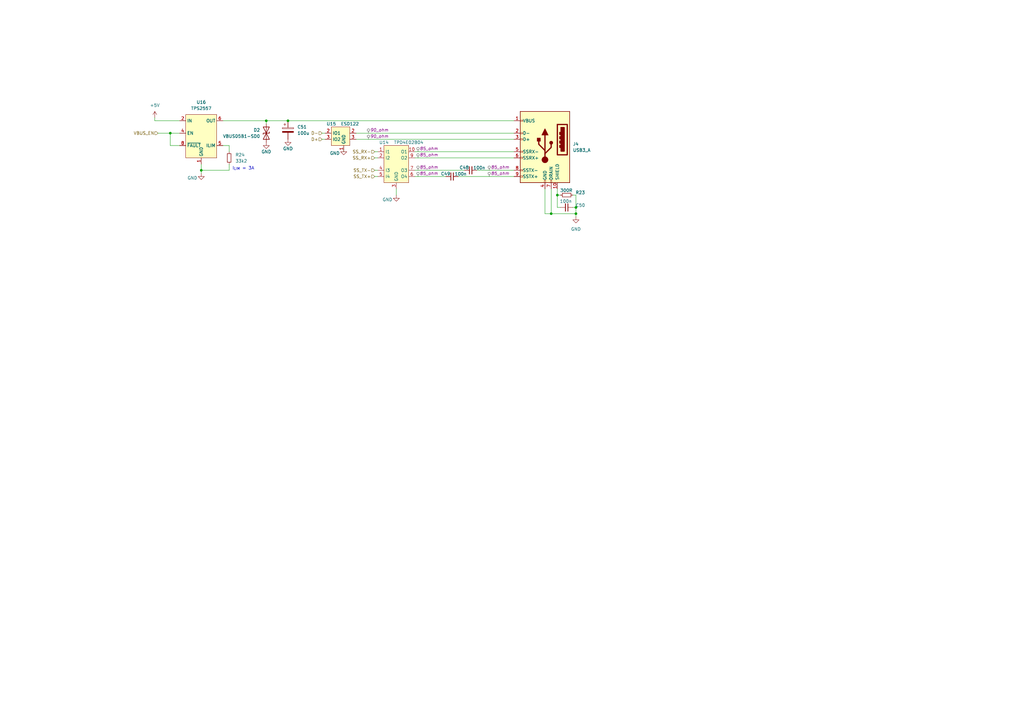
<source format=kicad_sch>
(kicad_sch (version 20230121) (generator eeschema)
  (paper "A3")
  (lib_symbols
    (symbol "Connector:USB3_A" (pin_names (offset 1.016))
      (property "Reference" "J4" (at -11.43 0.635 0))
      (property "Value" "USB3_A" (at -11.43 -1.905 0))
      (symbol "USB3_A_0_0"
        (rectangle (start -9.144 8.636) (end -5.08 -3.81) (stroke (width 0.508)))
        (rectangle (start -7.874 7.366) (end -6.604 -2.286) (stroke (width 0.508)) (fill (type outline)))
        (rectangle (start -6.35 0) (end -6.096 -0.762) (stroke (width 0.508)))
        (rectangle (start -6.35 1.778) (end -6.096 1.016) (stroke (width 0.508)))
        (rectangle (start -6.35 3.556) (end -6.096 2.794) (stroke (width 0.508)))
        (rectangle (start -6.35 5.334) (end -6.096 4.572) (stroke (width 0.508)))
        (rectangle (start -2.794 -15.24) (end -2.286 -14.224))
        (rectangle (start -0.254 -15.24) (end 0.254 -14.224))
        (rectangle (start 10.16 -12.446) (end 9.144 -12.954))
        (rectangle (start 10.16 -9.906) (end 9.144 -10.414))
        (rectangle (start 10.16 -4.826) (end 9.144 -5.334))
        (rectangle (start 10.16 -2.286) (end 9.144 -2.794))
        (rectangle (start 10.16 2.794) (end 9.144 2.286))
        (rectangle (start 10.16 5.334) (end 9.144 4.826))
        (rectangle (start 10.16 10.414) (end 9.144 9.906))
      )
      (symbol "USB3_A_0_1"
        (rectangle (start -10.16 13.97) (end 10.16 -15.24) (stroke (width 0.254)) (fill (type background)))
      )
      (symbol "USB3_A_1_1"
        (circle (center -2.54 1.143) (radius 0.635) (stroke (width 0.254)) (fill (type outline)))
        (circle (center 0 -5.842) (radius 1.27) (fill (type outline)))
        (polyline (pts (xy 0 -5.842) (xy 0 4.318)) (stroke (width 0.508)))
        (polyline (pts (xy 0 -3.302) (xy -2.54 -0.762) (xy -2.54 0.508)) (stroke (width 0.508)))
        (polyline (pts (xy 0 -2.032) (xy 2.54 0.508) (xy 2.54 1.778)) (stroke (width 0.508)))
        (polyline (pts (xy -1.27 4.318) (xy 0 6.858) (xy 1.27 4.318) (xy -1.27 4.318)) (stroke (width 0.254)) (fill (type outline)))
        (rectangle (start 1.905 1.778) (end 3.175 3.048) (stroke (width 0.254)) (fill (type outline)))
        (pin power_in line (at 12.7 10.16 180) (length 2.54) (name "VBUS") (number "1"))
        (pin passive line (at -5.08 -17.78 90) (length 2.54) (name "SHIELD") (number "10"))
        (pin bidirectional line (at 12.7 5.08 180) (length 2.54) (name "D-") (number "2"))
        (pin bidirectional line (at 12.7 2.54 180) (length 2.54) (name "D+") (number "3"))
        (pin power_in line (at 0 -17.78 90) (length 2.54) (name "GND") (number "4"))
        (pin output line (at 12.7 -2.54 180) (length 2.54) (name "SSRX-") (number "5"))
        (pin output line (at 12.7 -5.08 180) (length 2.54) (name "SSRX+") (number "6"))
        (pin passive line (at -2.54 -17.78 90) (length 2.54) (name "DRAIN") (number "7"))
        (pin input line (at 12.7 -10.16 180) (length 2.54) (name "SSTX-") (number "8"))
        (pin input line (at 12.7 -12.7 180) (length 2.54) (name "SSTX+") (number "9"))
      )
    )
    (symbol "Device:C_Polarized" (pin_numbers hide) (pin_names (offset 0.254))
      (property "Reference" "C" (at 0.635 2.54 0))
      (property "Value" "C_Polarized" (at 0.635 -2.54 0))
      (symbol "C_Polarized_0_1"
        (rectangle (start -2.286 0.508) (end 2.286 1.016))
        (polyline (pts (xy -1.778 2.286) (xy -0.762 2.286)))
        (polyline (pts (xy -1.27 2.794) (xy -1.27 1.778)))
        (rectangle (start 2.286 -0.508) (end -2.286 -1.016) (fill (type outline)))
      )
      (symbol "C_Polarized_1_1"
        (pin passive line (at 0 3.81 270) (length 2.794) (name "~") (number "1"))
        (pin passive line (at 0 -3.81 90) (length 2.794) (name "~") (number "2"))
      )
    )
    (symbol "Device:C_Small" (pin_numbers hide) (pin_names (offset 0.254) hide)
      (property "Reference" "C" (at 0.254 1.778 0))
      (property "Value" "C_Small" (at 0.254 -2.032 0))
      (symbol "C_Small_0_1"
        (polyline (pts (xy -1.524 -0.508) (xy 1.524 -0.508)) (stroke (width 0.3302)))
        (polyline (pts (xy -1.524 0.508) (xy 1.524 0.508)) (stroke (width 0.3048)))
      )
      (symbol "C_Small_1_1"
        (pin passive line (at 0 2.54 270) (length 2.032) (name "~") (number "1"))
        (pin passive line (at 0 -2.54 90) (length 2.032) (name "~") (number "2"))
      )
    )
    (symbol "Device:D_TVS" (pin_numbers hide) (pin_names (offset 1.016) hide)
      (property "Reference" "D" (at 0 2.54 0))
      (property "Value" "D_TVS" (at 0 -2.54 0))
      (symbol "D_TVS_0_1"
        (polyline (pts (xy 1.27 0) (xy -1.27 0)))
        (polyline (pts (xy 0.508 1.27) (xy 0 1.27) (xy 0 -1.27) (xy -0.508 -1.27)) (stroke (width 0.254)))
        (polyline (pts (xy -2.54 1.27) (xy -2.54 -1.27) (xy 2.54 1.27) (xy 2.54 -1.27) (xy -2.54 1.27)) (stroke (width 0.254)))
      )
      (symbol "D_TVS_1_1"
        (pin passive line (at -3.81 0 0) (length 2.54) (name "A1") (number "1"))
        (pin passive line (at 3.81 0 180) (length 2.54) (name "A2") (number "2"))
      )
    )
    (symbol "Device:R_Small" (pin_numbers hide) (pin_names (offset 0.254) hide)
      (property "Reference" "R" (at 0.762 0.508 0))
      (property "Value" "R_Small" (at 0.762 -1.016 0))
      (symbol "R_Small_0_1"
        (rectangle (start -0.762 1.778) (end 0.762 -1.778) (stroke (width 0.2032)))
      )
      (symbol "R_Small_1_1"
        (pin passive line (at 0 2.54 270) (length 0.762) (name "~") (number "1"))
        (pin passive line (at 0 -2.54 90) (length 0.762) (name "~") (number "2"))
      )
    )
    (symbol "Interface_USB:ESD122"
      (property "Reference" "U" (at 0 5.08 0))
      (symbol "ESD122_1_1"
        (rectangle (start -5.08 2.54) (end 2.54 -5.08) (fill (type background)))
        (pin input line (at 0 -7.62 90) (length 2.54) (name "GND") (number "1"))
        (pin input line (at 5.08 0 180) (length 2.54) (name "") (number "2"))
        (pin input line (at -7.62 0 0) (length 2.54) (name "IO1") (number "2"))
        (pin input line (at 5.08 -2.54 180) (length 2.54) (name "") (number "3"))
        (pin input line (at -7.62 -2.54 0) (length 2.54) (name "IO2") (number "3"))
      )
    )
    (symbol "Interface_USB:TPD4E02B04"
      (property "Reference" "U" (at 0 10.16 0))
      (property "Value" "TPD4E02B04" (at 0 7.62 0))
      (symbol "TPD4E02B04_1_1"
        (rectangle (start -5.08 5.08) (end 5.08 -10.16) (fill (type background)))
        (pin input line (at -7.62 2.54 0) (length 2.54) (name "I1") (number "1"))
        (pin output line (at 7.62 2.54 180) (length 2.54) (name "O1") (number "10"))
        (pin input line (at -7.62 0 0) (length 2.54) (name "I2") (number "2"))
        (pin input line (at 0 -12.7 90) (length 2.54) (name "GND") (number "3"))
        (pin input line (at -7.62 -5.08 0) (length 2.54) (name "I3") (number "4"))
        (pin input line (at -7.62 -7.62 0) (length 2.54) (name "I4") (number "5"))
        (pin output line (at 7.62 -7.62 180) (length 2.54) (name "O4") (number "6"))
        (pin output line (at 7.62 -5.08 180) (length 2.54) (name "O3") (number "7"))
        (pin input line (at 0 -12.7 90) (length 2.54) hide (name "GND") (number "8"))
        (pin output line (at 7.62 0 180) (length 2.54) (name "O2") (number "9"))
      )
    )
    (symbol "Power_Management:TPS2557"
      (property "Reference" "U" (at -6.35 5.08 0))
      (property "Value" "TPS2557" (at 2.54 5.08 0))
      (symbol "TPS2557_1_1"
        (rectangle (start -6.35 3.81) (end 6.35 -13.97) (fill (type background)))
        (pin power_in line (at 0 -16.51 90) (length 2.54) (name "GND") (number "1"))
        (pin power_in line (at -8.89 1.27 0) (length 2.54) (name "IN") (number "2"))
        (pin power_in line (at -8.89 1.27 0) (length 2.54) hide (name "IN") (number "3"))
        (pin input line (at -8.89 -3.81 0) (length 2.54) (name "EN") (number "4"))
        (pin output line (at 8.89 -8.89 180) (length 2.54) (name "ILIM") (number "5"))
        (pin power_out line (at 8.89 1.27 180) (length 2.54) (name "OUT") (number "6"))
        (pin power_out line (at 8.89 1.27 180) (length 2.54) hide (name "OUT") (number "7"))
        (pin power_in line (at -8.89 -8.89 0) (length 2.54) (name "~{FAULT}") (number "8"))
        (pin power_in line (at 0 -16.51 90) (length 2.54) hide (name "GND") (number "9"))
      )
    )
    (symbol "power:+5V" (power) (pin_names (offset 0))
      (property "Value" "+5V" (at 0 3.556 0))
      (symbol "+5V_0_1"
        (polyline (pts (xy -0.762 1.27) (xy 0 2.54)))
        (polyline (pts (xy 0 0) (xy 0 2.54)))
        (polyline (pts (xy 0 2.54) (xy 0.762 1.27)))
      )
      (symbol "+5V_1_1"
        (pin power_in line (at 0 0 90) (length 0) hide (name "+5V") (number "1"))
      )
    )
    (symbol "power:GND" (power) (pin_names (offset 0))
      (property "Value" "GND" (at 0 -3.81 0))
      (symbol "GND_0_1"
        (polyline (pts (xy 0 0) (xy 0 -1.27) (xy 1.27 -1.27) (xy 0 -2.54) (xy -1.27 -1.27) (xy 0 -1.27)))
      )
      (symbol "GND_1_1"
        (pin power_in line (at 0 0 270) (length 0) hide (name "GND") (number "1"))
      )
    )
  )
  (junction (at 118.11 49.53))
  (junction (at 69.85 54.61))
  (junction (at 82.55 69.85))
  (junction (at 228.6 80.01))
  (junction (at 236.22 87.63))
  (junction (at 109.22 49.53))
  (junction (at 236.22 85.09))
  (junction (at 226.06 87.63))
  (wire (pts (xy 229.87 80.01) (xy 228.6 80.01)))
  (wire (pts (xy 223.52 87.63) (xy 226.06 87.63)))
  (wire (pts (xy 226.06 77.47) (xy 226.06 87.63)))
  (wire (pts (xy 93.98 59.69) (xy 93.98 62.23)))
  (wire (pts (xy 236.22 80.01) (xy 236.22 85.09)))
  (wire (pts (xy 63.5 48.26) (xy 63.5 49.53)))
  (wire (pts (xy 63.5 49.53) (xy 73.66 49.53)))
  (wire (pts (xy 109.22 49.53) (xy 109.22 50.8)))
  (wire (pts (xy 226.06 87.63) (xy 236.22 87.63)))
  (wire (pts (xy 91.44 49.53) (xy 109.22 49.53)))
  (wire (pts (xy 82.55 69.85) (xy 93.98 69.85)))
  (wire (pts (xy 234.95 85.09) (xy 236.22 85.09)))
  (wire (pts (xy 153.67 72.39) (xy 154.94 72.39)))
  (wire (pts (xy 228.6 77.47) (xy 228.6 80.01)))
  (wire (pts (xy 69.85 54.61) (xy 73.66 54.61)))
  (wire (pts (xy 170.18 69.85) (xy 190.5 69.85)))
  (wire (pts (xy 223.52 77.47) (xy 223.52 87.63)))
  (wire (pts (xy 109.22 49.53) (xy 118.11 49.53)))
  (wire (pts (xy 132.08 57.15) (xy 133.35 57.15)))
  (wire (pts (xy 162.56 77.47) (xy 162.56 80.01)))
  (wire (pts (xy 146.05 54.61) (xy 210.82 54.61)))
  (wire (pts (xy 170.18 64.77) (xy 210.82 64.77)))
  (wire (pts (xy 236.22 80.01) (xy 234.95 80.01)))
  (wire (pts (xy 91.44 59.69) (xy 93.98 59.69)))
  (wire (pts (xy 153.67 64.77) (xy 154.94 64.77)))
  (wire (pts (xy 93.98 67.31) (xy 93.98 69.85)))
  (wire (pts (xy 195.58 69.85) (xy 210.82 69.85)))
  (wire (pts (xy 132.08 54.61) (xy 133.35 54.61)))
  (wire (pts (xy 140.97 60.96) (xy 140.97 62.23)))
  (wire (pts (xy 153.67 62.23) (xy 154.94 62.23)))
  (wire (pts (xy 146.05 57.15) (xy 210.82 57.15)))
  (wire (pts (xy 153.67 69.85) (xy 154.94 69.85)))
  (wire (pts (xy 73.66 59.69) (xy 69.85 59.69)))
  (wire (pts (xy 82.55 71.12) (xy 82.55 69.85)))
  (wire (pts (xy 236.22 88.9) (xy 236.22 87.63)))
  (wire (pts (xy 187.96 72.39) (xy 210.82 72.39)))
  (wire (pts (xy 236.22 87.63) (xy 236.22 85.09)))
  (wire (pts (xy 229.87 85.09) (xy 228.6 85.09)))
  (wire (pts (xy 228.6 80.01) (xy 228.6 85.09)))
  (wire (pts (xy 64.77 54.61) (xy 69.85 54.61)))
  (wire (pts (xy 69.85 59.69) (xy 69.85 54.61)))
  (wire (pts (xy 82.55 67.31) (xy 82.55 69.85)))
  (wire (pts (xy 118.11 49.53) (xy 210.82 49.53)))
  (wire (pts (xy 170.18 72.39) (xy 182.88 72.39)))
  (wire (pts (xy 170.18 62.23) (xy 210.82 62.23)))
  (text "I_{LIM} = 3A\n" (at 95.25 69.85 0) (effects (font (size 1.27 1.27)) (justify left bottom)))
  (hierarchical_label "D-" (shape input) (at 132.08 54.61 180))
  (hierarchical_label "D+" (shape input) (at 132.08 57.15 180))
  (hierarchical_label "SS_TX-" (shape input) (at 153.67 69.85 180))
  (hierarchical_label "SS_TX+" (shape input) (at 153.67 72.39 180))
  (hierarchical_label "SS_RX-" (shape input) (at 153.67 62.23 180))
  (hierarchical_label "VBUS_EN" (shape input) (at 64.77 54.61 180))
  (hierarchical_label "SS_RX+" (shape input) (at 153.67 64.77 180))
  (netclass_flag "" (length 1.27) (shape round) (at 151.13 57.15 0) (property "Netclass" "90_ohm" (at 151.8285 55.88 0) (effects (font italic) (justify left))))
  (netclass_flag "" (length 1.27) (shape round) (at 151.13 54.61 0) (property "Netclass" "90_ohm" (at 151.8285 53.34 0) (effects (font italic) (justify left))))
  (netclass_flag "" (length 1.27) (shape round) (at 171.45 62.23 0) (property "Netclass" "85_ohm" (at 172.1485 60.96 0) (effects (font italic) (justify left))))
  (netclass_flag "" (length 1.27) (shape round) (at 200.66 69.85 0) (property "Netclass" "85_ohm" (at 201.3585 68.58 0) (effects (font italic) (justify left))))
  (netclass_flag "" (length 1.27) (shape round) (at 171.45 69.85 0) (property "Netclass" "85_ohm" (at 172.1485 68.58 0) (effects (font italic) (justify left))))
  (netclass_flag "" (length 1.27) (shape round) (at 200.66 72.39 0) (property "Netclass" "85_ohm" (at 201.3585 71.12 0) (effects (font italic) (justify left))))
  (netclass_flag "" (length 1.27) (shape round) (at 171.45 64.77 0) (property "Netclass" "85_ohm" (at 172.1485 63.5 0) (effects (font italic) (justify left))))
  (netclass_flag "" (length 1.27) (shape round) (at 171.45 72.39 0) (property "Netclass" "85_ohm" (at 172.1485 71.12 0) (effects (font italic) (justify left))))
  (symbol (lib_id "Device:C_Small") (at 193.04 69.85 90) (unit 1)
    (property "Reference" "C48" (at 190.3894 68.732 90))
    (property "Value" "100n" (at 196.5799 68.8024 90))
    (property "Footprint" "Resistor_SMD:R_0402_1005Metric" (effects hide))
    (instances (project "hexahub" (path "" (reference "C48") (unit 1)) (path "" (reference "C49") (unit 1))))
  )
  (symbol (lib_id "Device:R_Small") (at 232.41 80.01 270) (mirror x) (unit 1)
    (property "Reference" "R23" (at 238.0167 78.9815 90))
    (property "Value" "300R" (at 232.27 78.0791 90))
    (instances (project "hexahub" (path "" (reference "R23") (unit 1)) (path "" (reference "R24") (unit 1))))
  )
  (symbol (lib_id "power:GND") (at 140.97 60.96 0) (unit 1)
    (property "Reference" "#PWR033" (effects hide))
    (property "Value" "GND" (at 137.3184 62.8331 0))
    (instances (project "hexahub" (path "" (reference "#PWR033") (unit 1)) (path "" (reference "#PWR035") (unit 1))))
  )
  (symbol (lib_id "Device:R_Small") (at 93.98 64.77 0) (unit 1)
    (property "Reference" "R24" (at 96.52 63.5 0) (effects (justify left)))
    (property "Value" "33k2" (at 96.52 66.04 0) (effects (justify left)))
    (instances (project "hexahub" (path "" (reference "R24") (unit 1)) (path "" (reference "R23") (unit 1))))
  )
  (symbol (lib_id "Device:D_TVS") (at 109.22 54.61 270) (mirror x) (unit 1)
    (property "Reference" "D2" (at 106.68 53.34 90) (effects (justify right)))
    (property "Value" "VBUS05B1-SD0\n" (at 106.68 55.88 90) (effects (justify right)))
    (property "Footprint" "Diode_SMD:D_0603_1608Metric" (effects hide))
  )
  (symbol (lib_id "power:+5V") (at 63.5 48.26 0) (unit 1)
    (property "Reference" "#PWR037" (effects hide))
    (property "Value" "+5V" (at 63.5 43.18 0))
    (instances (project "hexahub" (path "" (reference "#PWR037") (unit 1)) (path "" (reference "#PWR032") (unit 1))))
  )
  (symbol (lib_id "power:GND") (at 82.55 71.12 0) (unit 1)
    (property "Reference" "#PWR034" (effects hide))
    (property "Value" "GND" (at 78.8984 72.9931 0))
    (instances (project "hexahub" (path "" (reference "#PWR034") (unit 1)) (path "" (reference "#PWR036") (unit 1))))
  )
  (symbol (lib_id "power:GND") (at 162.56 80.01 0) (unit 1)
    (property "Reference" "#PWR032" (effects hide))
    (property "Value" "GND" (at 158.9084 81.8831 0))
    (instances (project "hexahub" (path "" (reference "#PWR032") (unit 1)) (path "" (reference "#PWR037") (unit 1))))
  )
  (symbol (lib_id "Device:C_Small") (at 185.42 72.39 90) (unit 1)
    (property "Reference" "C49" (at 182.7694 71.272 90))
    (property "Value" "100n" (at 188.9599 71.3424 90))
    (property "Footprint" "Resistor_SMD:R_0402_1005Metric" (effects hide))
    (instances (project "hexahub" (path "" (reference "C49") (unit 1)) (path "" (reference "C50") (unit 1))))
  )
  (symbol (lib_id "Device:C_Small") (at 232.41 85.09 270) (mirror x) (unit 1)
    (property "Reference" "C50" (at 238.0494 84.1819 90))
    (property "Value" "100n" (at 232.0734 82.5426 90))
    (instances (project "hexahub" (path "" (reference "C50") (unit 1)) (path "" (reference "C51") (unit 1))))
  )
  (symbol (lib_id "power:GND") (at 109.22 58.42 0) (mirror y) (unit 1)
    (property "Reference" "#PWR039" (effects hide))
    (property "Value" "GND" (at 109.22 62.23 0))
    (instances (project "hexahub" (path "" (reference "#PWR039") (unit 1)) (path "" (reference "#PWR034") (unit 1))))
  )
  (symbol (lib_id "Interface_USB:TPD4E02B04") (at 162.56 64.77 0) (unit 1)
    (property "Reference" "U14" (at 157.48 58.42 0))
    (property "Value" "TPD4E02B04" (at 167.64 58.42 0))
    (property "Footprint" "Package_SON:USON-10_2.5x1.0mm_P0.5mm" (effects hide))
    (property "Datasheet" "TPD4E02B04" (effects hide))
    (instances (project "hexahub" (path "" (reference "U14") (unit 1)) (path "" (reference "U16") (unit 1))))
  )
  (symbol (lib_id "power:GND") (at 118.11 57.15 0) (unit 1)
    (property "Reference" "#PWR036" (effects hide))
    (property "Value" "GND" (at 118.11 60.96 0))
    (instances (project "hexahub" (path "" (reference "#PWR036") (unit 1)) (path "" (reference "#PWR033") (unit 1))))
  )
  (symbol (lib_id "Device:C_Polarized") (at 118.11 53.34 0) (unit 1)
    (property "Reference" "C51" (at 121.92 52.07 0) (effects (justify left)))
    (property "Value" "100u" (at 121.92 54.61 0) (effects (justify left)))
    (instances (project "hexahub" (path "" (reference "C51") (unit 1)) (path "" (reference "C48") (unit 1))))
  )
  (symbol (lib_id "Interface_USB:ESD122") (at 140.97 54.61 0) (unit 1)
    (property "Reference" "U15" (at 135.89 50.8 0))
    (property "Value" "ESD122" (at 143.51 50.8 0))
    (property "Footprint" "Package_SON:X2SON-3_L1.0-W0.6-L" (effects hide))
  )
  (symbol (lib_id "Power_Management:TPS2557") (at 82.55 50.8 0) (unit 1)
    (property "Reference" "U16" (at 82.55 41.91 0))
    (property "Value" "TPS2557" (at 82.55 44.45 0))
    (property "Footprint" "Package_SON:Texas_VSON-8_3x3mm_P0.65_EP2.4x1.65x2.4mm_ThermalVias" (effects hide))
    (property "Datasheet" "https://www.ti.com/lit/ds/symlink/tps2557.pdf" (effects hide))
    (instances (project "hexahub" (path "" (reference "U16") (unit 1)) (path "" (reference "U14") (unit 1))))
  )
  (symbol (lib_id "power:GND") (at 236.22 88.9 0) (mirror y) (unit 1)
    (property "Reference" "#PWR035" (effects hide))
    (property "Value" "GND" (at 236.22 93.98 0))
    (instances (project "hexahub" (path "" (reference "#PWR035") (unit 1)) (path "" (reference "#PWR039") (unit 1))))
  )
  (symbol (lib_id "Connector:USB3_A") (at 223.52 59.69 0) (mirror y) (unit 1)
    (property "Reference" "J4" (at 234.95 59.055 0) (effects (justify right)))
    (property "Value" "USB3_A" (at 234.95 61.595 0) (effects (justify right)))
  )
)
</source>
